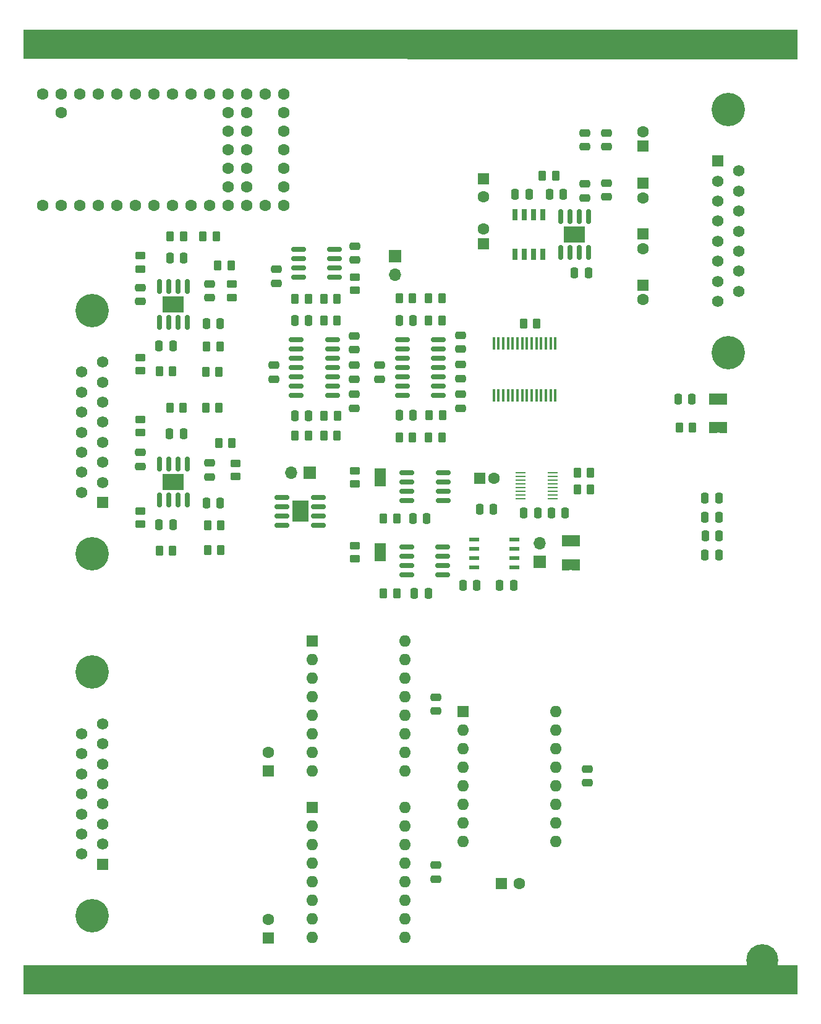
<source format=gts>
G04 #@! TF.GenerationSoftware,KiCad,Pcbnew,9.0.0*
G04 #@! TF.CreationDate,2025-04-29T18:09:41-05:00*
G04 #@! TF.ProjectId,Mainboard,4d61696e-626f-4617-9264-2e6b69636164,rev?*
G04 #@! TF.SameCoordinates,Original*
G04 #@! TF.FileFunction,Soldermask,Top*
G04 #@! TF.FilePolarity,Negative*
%FSLAX46Y46*%
G04 Gerber Fmt 4.6, Leading zero omitted, Abs format (unit mm)*
G04 Created by KiCad (PCBNEW 9.0.0) date 2025-04-29 18:09:41*
%MOMM*%
%LPD*%
G01*
G04 APERTURE LIST*
G04 Aperture macros list*
%AMRoundRect*
0 Rectangle with rounded corners*
0 $1 Rounding radius*
0 $2 $3 $4 $5 $6 $7 $8 $9 X,Y pos of 4 corners*
0 Add a 4 corners polygon primitive as box body*
4,1,4,$2,$3,$4,$5,$6,$7,$8,$9,$2,$3,0*
0 Add four circle primitives for the rounded corners*
1,1,$1+$1,$2,$3*
1,1,$1+$1,$4,$5*
1,1,$1+$1,$6,$7*
1,1,$1+$1,$8,$9*
0 Add four rect primitives between the rounded corners*
20,1,$1+$1,$2,$3,$4,$5,0*
20,1,$1+$1,$4,$5,$6,$7,0*
20,1,$1+$1,$6,$7,$8,$9,0*
20,1,$1+$1,$8,$9,$2,$3,0*%
%AMFreePoly0*
4,1,6,0.500000,-0.750000,-0.650000,-0.750000,-0.150000,0.000000,-0.650000,0.750000,0.500000,0.750000,0.500000,-0.750000,0.500000,-0.750000,$1*%
%AMFreePoly1*
4,1,6,1.000000,0.000000,0.500000,-0.750000,-0.500000,-0.750000,-0.500000,0.750000,0.500000,0.750000,1.000000,0.000000,1.000000,0.000000,$1*%
G04 Aperture macros list end*
%ADD10R,1.700000X1.700000*%
%ADD11O,1.700000X1.700000*%
%ADD12O,1.600000X1.600000*%
%ADD13R,1.600000X1.600000*%
%ADD14RoundRect,0.250000X0.475000X-0.250000X0.475000X0.250000X-0.475000X0.250000X-0.475000X-0.250000X0*%
%ADD15C,1.600000*%
%ADD16RoundRect,0.250000X-0.250000X-0.475000X0.250000X-0.475000X0.250000X0.475000X-0.250000X0.475000X0*%
%ADD17C,0.700000*%
%ADD18C,4.400000*%
%ADD19R,3.000000X2.290000*%
%ADD20RoundRect,0.150000X0.150000X-0.825000X0.150000X0.825000X-0.150000X0.825000X-0.150000X-0.825000X0*%
%ADD21RoundRect,0.250000X0.262500X0.450000X-0.262500X0.450000X-0.262500X-0.450000X0.262500X-0.450000X0*%
%ADD22RoundRect,0.150000X-0.825000X-0.150000X0.825000X-0.150000X0.825000X0.150000X-0.825000X0.150000X0*%
%ADD23RoundRect,0.250000X0.450000X-0.262500X0.450000X0.262500X-0.450000X0.262500X-0.450000X-0.262500X0*%
%ADD24FreePoly0,180.000000*%
%ADD25FreePoly1,180.000000*%
%ADD26RoundRect,0.250000X-0.262500X-0.450000X0.262500X-0.450000X0.262500X0.450000X-0.262500X0.450000X0*%
%ADD27RoundRect,0.250000X0.250000X0.475000X-0.250000X0.475000X-0.250000X-0.475000X0.250000X-0.475000X0*%
%ADD28RoundRect,0.250000X-0.475000X0.250000X-0.475000X-0.250000X0.475000X-0.250000X0.475000X0.250000X0*%
%ADD29RoundRect,0.150000X-0.150000X0.825000X-0.150000X-0.825000X0.150000X-0.825000X0.150000X0.825000X0*%
%ADD30RoundRect,0.150000X0.825000X0.150000X-0.825000X0.150000X-0.825000X-0.150000X0.825000X-0.150000X0*%
%ADD31RoundRect,0.250000X-0.450000X0.262500X-0.450000X-0.262500X0.450000X-0.262500X0.450000X0.262500X0*%
%ADD32C,4.572000*%
%ADD33C,1.561000*%
%ADD34R,1.561000X1.561000*%
%ADD35R,0.650000X1.528000*%
%ADD36FreePoly0,90.000000*%
%ADD37FreePoly1,90.000000*%
%ADD38R,1.460500X0.533400*%
%ADD39R,0.450000X1.800000*%
%ADD40R,1.333500X0.279400*%
%ADD41FreePoly0,0.000000*%
%ADD42FreePoly1,0.000000*%
%ADD43R,2.290000X3.000000*%
G04 APERTURE END LIST*
G04 #@! TO.C,JP12*
G36*
X215500000Y-82662500D02*
G01*
X213050000Y-82662500D01*
X213050000Y-81162500D01*
X215500000Y-81162500D01*
X215500000Y-82662500D01*
G37*
G04 #@! TO.C,JP30*
G36*
X167250000Y-89975000D02*
G01*
X168750000Y-89975000D01*
X168750000Y-87525000D01*
X167250000Y-87525000D01*
X167250000Y-89975000D01*
G37*
G04 #@! TO.C,JP31*
G36*
X167250000Y-100225000D02*
G01*
X168750000Y-100225000D01*
X168750000Y-97775000D01*
X167250000Y-97775000D01*
X167250000Y-100225000D01*
G37*
G04 #@! TO.C,JP33*
G36*
X192875000Y-99950000D02*
G01*
X195325000Y-99950000D01*
X195325000Y-101450000D01*
X192875000Y-101450000D01*
X192875000Y-99950000D01*
G37*
G04 #@! TO.C,JP29*
G36*
X215475000Y-78812500D02*
G01*
X213025000Y-78812500D01*
X213025000Y-77312500D01*
X215475000Y-77312500D01*
X215475000Y-78812500D01*
G37*
G04 #@! TO.C,JP32*
G36*
X192875000Y-96700000D02*
G01*
X195325000Y-96700000D01*
X195325000Y-98200000D01*
X192875000Y-98200000D01*
X192875000Y-96700000D01*
G37*
G04 #@! TD*
D10*
G04 #@! TO.C,J6*
X170000000Y-58525000D03*
D11*
X170000000Y-61065000D03*
G04 #@! TD*
D12*
G04 #@! TO.C,A1*
X192035000Y-120835000D03*
X192035000Y-123375000D03*
X192035000Y-125915000D03*
X192035000Y-128455000D03*
X192035000Y-130995000D03*
X192035000Y-133535000D03*
X192035000Y-136075000D03*
X192035000Y-138615000D03*
X179335000Y-138615000D03*
X179335000Y-136075000D03*
X179335000Y-133535000D03*
X179335000Y-130995000D03*
X179335000Y-128455000D03*
X179335000Y-125915000D03*
X179335000Y-123375000D03*
D13*
X179335000Y-120835000D03*
G04 #@! TD*
D14*
G04 #@! TO.C,C38*
X196335000Y-128642000D03*
X196335000Y-130542000D03*
G04 #@! TD*
D15*
G04 #@! TO.C,C80*
X187050000Y-144375000D03*
D13*
X184550000Y-144375000D03*
G04 #@! TD*
D16*
G04 #@! TO.C,C45*
X191155000Y-50025000D03*
X193055000Y-50025000D03*
G04 #@! TD*
D17*
G04 #@! TO.C,H1*
X218683274Y-154833274D03*
X219166548Y-153666548D03*
X219166548Y-156000000D03*
X220333274Y-153183274D03*
D18*
X220333274Y-154833274D03*
D17*
X220333274Y-156483274D03*
X221500000Y-153666548D03*
X221500000Y-156000000D03*
X221983274Y-154833274D03*
G04 #@! TD*
D19*
G04 #@! TO.C,U3*
X139627000Y-89400000D03*
D20*
X137722000Y-86925000D03*
X138992000Y-86925000D03*
X140262000Y-86925000D03*
X141532000Y-86925000D03*
X141532000Y-91875000D03*
X140262000Y-91875000D03*
X138992000Y-91875000D03*
X137722000Y-91875000D03*
G04 #@! TD*
D21*
G04 #@! TO.C,R51*
X156292500Y-83061000D03*
X158117500Y-83061000D03*
G04 #@! TD*
D22*
G04 #@! TO.C,U12*
X176570000Y-98250000D03*
X176570000Y-99520000D03*
X176570000Y-100790000D03*
X176570000Y-102060000D03*
X171620000Y-102060000D03*
X171620000Y-100790000D03*
X171620000Y-99520000D03*
X171620000Y-98250000D03*
G04 #@! TD*
D23*
G04 #@! TO.C,R34*
X147627000Y-62337500D03*
X147627000Y-64162500D03*
G04 #@! TD*
D24*
G04 #@! TO.C,JP12*
X213550000Y-81912500D03*
D25*
X215000000Y-81912500D03*
G04 #@! TD*
D16*
G04 #@! TO.C,C36*
X183500100Y-93155000D03*
X181600100Y-93155000D03*
G04 #@! TD*
D21*
G04 #@! TO.C,R54*
X174587500Y-83281000D03*
X176412500Y-83281000D03*
G04 #@! TD*
G04 #@! TO.C,R25*
X139164500Y-79250000D03*
X140989500Y-79250000D03*
G04 #@! TD*
G04 #@! TO.C,R33*
X145714500Y-59750000D03*
X147539500Y-59750000D03*
G04 #@! TD*
D26*
G04 #@! TO.C,R39*
X189412500Y-67750000D03*
X187587500Y-67750000D03*
G04 #@! TD*
D16*
G04 #@! TO.C,C39*
X210657500Y-78062500D03*
X208757500Y-78062500D03*
G04 #@! TD*
D27*
G04 #@! TO.C,C15*
X139177000Y-58750000D03*
X141077000Y-58750000D03*
G04 #@! TD*
D15*
G04 #@! TO.C,C85*
X182100000Y-50400000D03*
D13*
X182100000Y-47900000D03*
G04 #@! TD*
D28*
G04 #@! TO.C,C42*
X153412500Y-75311000D03*
X153412500Y-73411000D03*
G04 #@! TD*
D27*
G04 #@! TO.C,C14*
X137677000Y-70750000D03*
X139577000Y-70750000D03*
G04 #@! TD*
D14*
G04 #@! TO.C,C23*
X164455000Y-69411000D03*
X164455000Y-71311000D03*
G04 #@! TD*
D26*
G04 #@! TO.C,R30*
X210762500Y-81912500D03*
X208937500Y-81912500D03*
G04 #@! TD*
D28*
G04 #@! TO.C,C123*
X199000000Y-50400000D03*
X199000000Y-48500000D03*
G04 #@! TD*
D21*
G04 #@! TO.C,R60*
X194966400Y-88153700D03*
X196791400Y-88153700D03*
G04 #@! TD*
D22*
G04 #@! TO.C,U6*
X175950000Y-69931000D03*
X175950000Y-71201000D03*
X175950000Y-72471000D03*
X175950000Y-73741000D03*
X175950000Y-75011000D03*
X175950000Y-76281000D03*
X175950000Y-77551000D03*
X171000000Y-77551000D03*
X171000000Y-76281000D03*
X171000000Y-75011000D03*
X171000000Y-73741000D03*
X171000000Y-72471000D03*
X171000000Y-71201000D03*
X171000000Y-69931000D03*
G04 #@! TD*
D19*
G04 #@! TO.C,U2*
X194605000Y-55525000D03*
D29*
X196510000Y-58000000D03*
X195240000Y-58000000D03*
X193970000Y-58000000D03*
X192700000Y-58000000D03*
X192700000Y-53050000D03*
X193970000Y-53050000D03*
X195240000Y-53050000D03*
X196510000Y-53050000D03*
G04 #@! TD*
D23*
G04 #@! TO.C,R58*
X164500000Y-61337500D03*
X164500000Y-63162500D03*
G04 #@! TD*
D16*
G04 #@! TO.C,C134*
X214350000Y-99400000D03*
X212450000Y-99400000D03*
G04 #@! TD*
D27*
G04 #@! TO.C,C44*
X194605000Y-60775000D03*
X196505000Y-60775000D03*
G04 #@! TD*
D26*
G04 #@! TO.C,R61*
X170257500Y-94405000D03*
X168432500Y-94405000D03*
G04 #@! TD*
D30*
G04 #@! TO.C,U7*
X156775000Y-61405000D03*
X156775000Y-60135000D03*
X156775000Y-58865000D03*
X156775000Y-57595000D03*
X161725000Y-57595000D03*
X161725000Y-58865000D03*
X161725000Y-60135000D03*
X161725000Y-61405000D03*
G04 #@! TD*
D23*
G04 #@! TO.C,R27*
X148127000Y-86837500D03*
X148127000Y-88662500D03*
G04 #@! TD*
D31*
G04 #@! TO.C,R59*
X164500000Y-89662500D03*
X164500000Y-87837500D03*
G04 #@! TD*
D28*
G04 #@! TO.C,C22*
X179000000Y-79281000D03*
X179000000Y-77381000D03*
G04 #@! TD*
D14*
G04 #@! TO.C,C13*
X144627000Y-62300000D03*
X144627000Y-64200000D03*
G04 #@! TD*
D11*
G04 #@! TO.C,J5*
X189800000Y-97735000D03*
D10*
X189800000Y-100275000D03*
G04 #@! TD*
D21*
G04 #@! TO.C,R36*
X139214500Y-55750000D03*
X141039500Y-55750000D03*
G04 #@! TD*
D12*
G04 #@! TO.C,A2*
X171327000Y-111124000D03*
X171327000Y-113664000D03*
X171327000Y-116204000D03*
X171327000Y-118744000D03*
X171327000Y-121284000D03*
X171327000Y-123824000D03*
X171327000Y-126364000D03*
X171327000Y-128904000D03*
X158627000Y-128904000D03*
X158627000Y-126364000D03*
X158627000Y-123824000D03*
X158627000Y-121284000D03*
X158627000Y-118744000D03*
X158627000Y-116204000D03*
X158627000Y-113664000D03*
D13*
X158627000Y-111124000D03*
G04 #@! TD*
D15*
G04 #@! TO.C,C78*
X204000000Y-50500000D03*
D13*
X204000000Y-48500000D03*
G04 #@! TD*
D15*
G04 #@! TO.C,C84*
X182100000Y-54755100D03*
D13*
X182100000Y-56755100D03*
G04 #@! TD*
D21*
G04 #@! TO.C,R35*
X137714500Y-74250000D03*
X139539500Y-74250000D03*
G04 #@! TD*
G04 #@! TO.C,R26*
X145837500Y-84067000D03*
X147662500Y-84067000D03*
G04 #@! TD*
D27*
G04 #@! TO.C,C34*
X187645000Y-93655000D03*
X189545000Y-93655000D03*
G04 #@! TD*
D21*
G04 #@! TO.C,R22*
X144337500Y-95317000D03*
X146162500Y-95317000D03*
G04 #@! TD*
D14*
G04 #@! TO.C,C41*
X179000000Y-73331000D03*
X179000000Y-75231000D03*
G04 #@! TD*
G04 #@! TO.C,C12*
X144627000Y-86800000D03*
X144627000Y-88700000D03*
G04 #@! TD*
D11*
G04 #@! TO.C,J4*
X155760000Y-88135000D03*
D10*
X158300000Y-88135000D03*
G04 #@! TD*
D27*
G04 #@! TO.C,C18*
X144177000Y-67750000D03*
X146077000Y-67750000D03*
G04 #@! TD*
D15*
G04 #@! TO.C,C79*
X152623000Y-126433400D03*
D13*
X152623000Y-128933400D03*
G04 #@! TD*
D28*
G04 #@! TO.C,C17*
X135127000Y-64700000D03*
X135127000Y-62800000D03*
G04 #@! TD*
D26*
G04 #@! TO.C,R63*
X170257500Y-104655000D03*
X168432500Y-104655000D03*
G04 #@! TD*
D32*
G04 #@! TO.C,J3*
X128500000Y-115416000D03*
X128500000Y-148741000D03*
D33*
X127077000Y-123849000D03*
X127077000Y-126592000D03*
X127077000Y-129336000D03*
X127077000Y-132079000D03*
X127077000Y-134822000D03*
X127077000Y-137565000D03*
X127077000Y-140308000D03*
X129922000Y-122478000D03*
X129922000Y-125221000D03*
X129922000Y-127964000D03*
X129922000Y-130707000D03*
X129922000Y-133450000D03*
X129922000Y-136194000D03*
X129922000Y-138937000D03*
D34*
X129922000Y-141680000D03*
G04 #@! TD*
D23*
G04 #@! TO.C,R37*
X135127000Y-72337500D03*
X135127000Y-74162500D03*
G04 #@! TD*
D15*
G04 #@! TO.C,C81*
X204000000Y-57455100D03*
D13*
X204000000Y-55455100D03*
G04 #@! TD*
D28*
G04 #@! TO.C,C46*
X164500000Y-59000000D03*
X164500000Y-57100000D03*
G04 #@! TD*
D22*
G04 #@! TO.C,U11*
X176595000Y-88115000D03*
X176595000Y-89385000D03*
X176595000Y-90655000D03*
X176595000Y-91925000D03*
X171645000Y-91925000D03*
X171645000Y-90655000D03*
X171645000Y-89385000D03*
X171645000Y-88115000D03*
G04 #@! TD*
D21*
G04 #@! TO.C,R29*
X144087500Y-74317000D03*
X145912500Y-74317000D03*
G04 #@! TD*
D32*
G04 #@! TO.C,J2*
X128500000Y-65916000D03*
X128500000Y-99241000D03*
D33*
X127077000Y-74349000D03*
X127077000Y-77092000D03*
X127077000Y-79836000D03*
X127077000Y-82579000D03*
X127077000Y-85322000D03*
X127077000Y-88065000D03*
X127077000Y-90808000D03*
X129922000Y-72978000D03*
X129922000Y-75721000D03*
X129922000Y-78464000D03*
X129922000Y-81207000D03*
X129922000Y-83950000D03*
X129922000Y-86694000D03*
X129922000Y-89437000D03*
D34*
X129922000Y-92180000D03*
G04 #@! TD*
D15*
G04 #@! TO.C,C77*
X204000000Y-41455100D03*
D13*
X204000000Y-43455100D03*
G04 #@! TD*
D27*
G04 #@! TO.C,C10*
X137677000Y-95250000D03*
X139577000Y-95250000D03*
G04 #@! TD*
D21*
G04 #@! TO.C,R52*
X174587500Y-67281000D03*
X176412500Y-67281000D03*
G04 #@! TD*
D15*
G04 #@! TO.C,C83*
X152623000Y-149274000D03*
D13*
X152623000Y-151774000D03*
G04 #@! TD*
D14*
G04 #@! TO.C,C43*
X164455000Y-73411000D03*
X164455000Y-75311000D03*
G04 #@! TD*
D22*
G04 #@! TO.C,U5*
X161430000Y-69961000D03*
X161430000Y-71231000D03*
X161430000Y-72501000D03*
X161430000Y-73771000D03*
X161430000Y-75041000D03*
X161430000Y-76311000D03*
X161430000Y-77581000D03*
X156480000Y-77581000D03*
X156480000Y-76311000D03*
X156480000Y-75041000D03*
X156480000Y-73771000D03*
X156480000Y-72501000D03*
X156480000Y-71231000D03*
X156480000Y-69961000D03*
G04 #@! TD*
D27*
G04 #@! TO.C,C25*
X170600000Y-67281000D03*
X172500000Y-67281000D03*
G04 #@! TD*
D35*
G04 #@! TO.C,IC1*
X186450000Y-52814000D03*
X187720000Y-52814000D03*
X188990000Y-52814000D03*
X190260000Y-52814000D03*
X190260000Y-58236000D03*
X188990000Y-58236000D03*
X187720000Y-58236000D03*
X186450000Y-58236000D03*
G04 #@! TD*
D28*
G04 #@! TO.C,C16*
X164455000Y-79311000D03*
X164455000Y-77411000D03*
G04 #@! TD*
D23*
G04 #@! TO.C,R24*
X135127000Y-80837500D03*
X135127000Y-82662500D03*
G04 #@! TD*
D14*
G04 #@! TO.C,C20*
X135127000Y-85350000D03*
X135127000Y-87250000D03*
G04 #@! TD*
D27*
G04 #@! TO.C,C131*
X212450000Y-94200000D03*
X214350000Y-94200000D03*
G04 #@! TD*
D36*
G04 #@! TO.C,JP30*
X168000000Y-88025000D03*
D37*
X168000000Y-89475000D03*
G04 #@! TD*
D14*
G04 #@! TO.C,C28*
X175627000Y-118824000D03*
X175627000Y-120724000D03*
G04 #@! TD*
D31*
G04 #@! TO.C,R38*
X135127000Y-60229500D03*
X135127000Y-58404500D03*
G04 #@! TD*
D15*
G04 #@! TO.C,C82*
X204000000Y-64455100D03*
D13*
X204000000Y-62455100D03*
G04 #@! TD*
D21*
G04 #@! TO.C,R56*
X160267500Y-67331000D03*
X162092500Y-67331000D03*
G04 #@! TD*
G04 #@! TO.C,R53*
X170587500Y-64281000D03*
X172412500Y-64281000D03*
G04 #@! TD*
D14*
G04 #@! TO.C,C122*
X199000000Y-41600000D03*
X199000000Y-43500000D03*
G04 #@! TD*
D21*
G04 #@! TO.C,R31*
X144214500Y-70817000D03*
X146039500Y-70817000D03*
G04 #@! TD*
D36*
G04 #@! TO.C,JP31*
X168000000Y-98275000D03*
D37*
X168000000Y-99725000D03*
G04 #@! TD*
D38*
G04 #@! TO.C,U9*
X186319150Y-97250000D03*
X186319150Y-98520000D03*
X186319150Y-99790000D03*
X186319150Y-101060000D03*
X180870850Y-101060000D03*
X180870850Y-99790000D03*
X180870850Y-98520000D03*
X180870850Y-97250000D03*
G04 #@! TD*
D16*
G04 #@! TO.C,C130*
X214400000Y-96800000D03*
X212500000Y-96800000D03*
G04 #@! TD*
G04 #@! TO.C,C29*
X174345000Y-94405000D03*
X172445000Y-94405000D03*
G04 #@! TD*
D32*
G04 #@! TO.C,J1*
X215627000Y-71733000D03*
X215627000Y-38408000D03*
D33*
X217050000Y-63300000D03*
X217050000Y-60557000D03*
X217050000Y-57813000D03*
X217050000Y-55070000D03*
X217050000Y-52327000D03*
X217050000Y-49584000D03*
X217050000Y-46841000D03*
X214205000Y-64671000D03*
X214205000Y-61928000D03*
X214205000Y-59185000D03*
X214205000Y-56442000D03*
X214205000Y-53699000D03*
X214205000Y-50955000D03*
X214205000Y-48212000D03*
D34*
X214205000Y-45469000D03*
G04 #@! TD*
D27*
G04 #@! TO.C,C26*
X170600000Y-80281000D03*
X172500000Y-80281000D03*
G04 #@! TD*
D21*
G04 #@! TO.C,R32*
X143714500Y-55750000D03*
X145539500Y-55750000D03*
G04 #@! TD*
D15*
G04 #@! TO.C,U1*
X147120000Y-49000000D03*
X149660000Y-49000000D03*
X147120000Y-46460000D03*
X149660000Y-46460000D03*
X147120000Y-43920000D03*
X149660000Y-43920000D03*
X147120000Y-41380000D03*
X149660000Y-41380000D03*
X147120000Y-38840000D03*
X149660000Y-38840000D03*
X124260000Y-38840000D03*
X121720000Y-36300000D03*
X124260000Y-36300000D03*
X126800000Y-36300000D03*
X129340000Y-36300000D03*
X131880000Y-36300000D03*
X134420000Y-36300000D03*
X136960000Y-36300000D03*
X139500000Y-36300000D03*
X142040000Y-36300000D03*
X144580000Y-36300000D03*
X147120000Y-36300000D03*
X149660000Y-36300000D03*
X152200000Y-36300000D03*
X154740000Y-36300000D03*
X154740000Y-38840000D03*
X154740000Y-41380000D03*
X154740000Y-43920000D03*
X154740000Y-46460000D03*
X154740000Y-49000000D03*
X154740000Y-51540000D03*
X152200000Y-51540000D03*
X149660000Y-51540000D03*
X147120000Y-51540000D03*
X144580000Y-51540000D03*
X142040000Y-51540000D03*
X139500000Y-51540000D03*
X136960000Y-51540000D03*
X134420000Y-51540000D03*
X131880000Y-51540000D03*
X129340000Y-51540000D03*
X126800000Y-51540000D03*
X124260000Y-51540000D03*
X121720000Y-51540000D03*
G04 #@! TD*
D21*
G04 #@! TO.C,R41*
X174675000Y-80281000D03*
X176500000Y-80281000D03*
G04 #@! TD*
D23*
G04 #@! TO.C,R21*
X135127000Y-93337500D03*
X135127000Y-95162500D03*
G04 #@! TD*
D39*
G04 #@! TO.C,IC4*
X191975000Y-77541000D03*
X191325000Y-77541000D03*
X190675000Y-77541000D03*
X190025000Y-77541000D03*
X189375000Y-77541000D03*
X188725000Y-77541000D03*
X188075000Y-77541000D03*
X187425000Y-77541000D03*
X186775000Y-77541000D03*
X186125000Y-77541000D03*
X185475000Y-77541000D03*
X184825000Y-77541000D03*
X184175000Y-77541000D03*
X183525000Y-77541000D03*
X183525000Y-70441000D03*
X184175000Y-70441000D03*
X184825000Y-70441000D03*
X185475000Y-70441000D03*
X186125000Y-70441000D03*
X186775000Y-70441000D03*
X187425000Y-70441000D03*
X188075000Y-70441000D03*
X188725000Y-70441000D03*
X189375000Y-70441000D03*
X190025000Y-70441000D03*
X190675000Y-70441000D03*
X191325000Y-70441000D03*
X191975000Y-70441000D03*
G04 #@! TD*
D27*
G04 #@! TO.C,C24*
X156255000Y-80311000D03*
X158155000Y-80311000D03*
G04 #@! TD*
G04 #@! TO.C,C33*
X191395000Y-93655000D03*
X193295000Y-93655000D03*
G04 #@! TD*
G04 #@! TO.C,C132*
X212450000Y-91600000D03*
X214350000Y-91600000D03*
G04 #@! TD*
D40*
G04 #@! TO.C,U8*
X191595050Y-88152370D03*
X191595050Y-88652750D03*
X191595050Y-89153130D03*
X191595050Y-89653510D03*
X191595050Y-90153890D03*
X191595050Y-90654270D03*
X191595050Y-91154650D03*
X191595050Y-91655030D03*
X187162750Y-91655030D03*
X187162750Y-91154650D03*
X187162750Y-90654270D03*
X187162750Y-90153890D03*
X187162750Y-89653510D03*
X187162750Y-89153130D03*
X187162750Y-88652750D03*
X187162750Y-88152370D03*
G04 #@! TD*
D27*
G04 #@! TO.C,C11*
X139127000Y-82750000D03*
X141027000Y-82750000D03*
G04 #@! TD*
D19*
G04 #@! TO.C,U4*
X139627000Y-65100000D03*
D20*
X137722000Y-62625000D03*
X138992000Y-62625000D03*
X140262000Y-62625000D03*
X141532000Y-62625000D03*
X141532000Y-67575000D03*
X140262000Y-67575000D03*
X138992000Y-67575000D03*
X137722000Y-67575000D03*
G04 #@! TD*
D21*
G04 #@! TO.C,R57*
X156292500Y-64361000D03*
X158117500Y-64361000D03*
G04 #@! TD*
D41*
G04 #@! TO.C,JP33*
X194825000Y-100700000D03*
D42*
X193375000Y-100700000D03*
G04 #@! TD*
D28*
G04 #@! TO.C,C125*
X196000000Y-50500000D03*
X196000000Y-48600000D03*
G04 #@! TD*
D21*
G04 #@! TO.C,R55*
X170587500Y-83281000D03*
X172412500Y-83281000D03*
G04 #@! TD*
G04 #@! TO.C,R20*
X137714500Y-98750000D03*
X139539500Y-98750000D03*
G04 #@! TD*
D14*
G04 #@! TO.C,C124*
X196000000Y-41600000D03*
X196000000Y-43500000D03*
G04 #@! TD*
G04 #@! TO.C,C37*
X175627000Y-141824000D03*
X175627000Y-143724000D03*
G04 #@! TD*
D21*
G04 #@! TO.C,R28*
X144087500Y-79250000D03*
X145912500Y-79250000D03*
G04 #@! TD*
G04 #@! TO.C,R23*
X144337500Y-98741000D03*
X146162500Y-98741000D03*
G04 #@! TD*
D31*
G04 #@! TO.C,R62*
X164500000Y-99912500D03*
X164500000Y-98087500D03*
G04 #@! TD*
D27*
G04 #@! TO.C,C19*
X144177000Y-92250000D03*
X146077000Y-92250000D03*
G04 #@! TD*
D28*
G04 #@! TO.C,C40*
X167912500Y-75311000D03*
X167912500Y-73411000D03*
G04 #@! TD*
D24*
G04 #@! TO.C,JP29*
X213525000Y-78062500D03*
D25*
X214975000Y-78062500D03*
G04 #@! TD*
D21*
G04 #@! TO.C,R64*
X194966400Y-90403700D03*
X196791400Y-90403700D03*
G04 #@! TD*
G04 #@! TO.C,R42*
X174587500Y-64281000D03*
X176412500Y-64281000D03*
G04 #@! TD*
D14*
G04 #@! TO.C,C21*
X179000000Y-69331000D03*
X179000000Y-71231000D03*
G04 #@! TD*
D15*
G04 #@! TO.C,C35*
X183595000Y-88905000D03*
D13*
X181595000Y-88905000D03*
G04 #@! TD*
D16*
G04 #@! TO.C,C8*
X188355000Y-50025000D03*
X186455000Y-50025000D03*
G04 #@! TD*
D21*
G04 #@! TO.C,R40*
X160267500Y-64361000D03*
X162092500Y-64361000D03*
G04 #@! TD*
D12*
G04 #@! TO.C,A3*
X171327000Y-133934000D03*
X171327000Y-136474000D03*
X171327000Y-139014000D03*
X171327000Y-141554000D03*
X171327000Y-144094000D03*
X171327000Y-146634000D03*
X171327000Y-149174000D03*
X171327000Y-151714000D03*
X158627000Y-151714000D03*
X158627000Y-149174000D03*
X158627000Y-146634000D03*
X158627000Y-144094000D03*
X158627000Y-141554000D03*
X158627000Y-139014000D03*
X158627000Y-136474000D03*
D13*
X158627000Y-133934000D03*
G04 #@! TD*
D21*
G04 #@! TO.C,R43*
X160292500Y-80311000D03*
X162117500Y-80311000D03*
G04 #@! TD*
D41*
G04 #@! TO.C,JP32*
X194825000Y-97450000D03*
D42*
X193375000Y-97450000D03*
G04 #@! TD*
D21*
G04 #@! TO.C,R50*
X160267500Y-83061000D03*
X162092500Y-83061000D03*
G04 #@! TD*
D14*
G04 #@! TO.C,C47*
X153750000Y-60300000D03*
X153750000Y-62200000D03*
G04 #@! TD*
D16*
G04 #@! TO.C,C30*
X181200000Y-103500000D03*
X179300000Y-103500000D03*
G04 #@! TD*
D26*
G04 #@! TO.C,R19*
X192017500Y-47525000D03*
X190192500Y-47525000D03*
G04 #@! TD*
D16*
G04 #@! TO.C,C32*
X186250000Y-103500000D03*
X184350000Y-103500000D03*
G04 #@! TD*
G04 #@! TO.C,C31*
X174545000Y-104655000D03*
X172645000Y-104655000D03*
G04 #@! TD*
D43*
G04 #@! TO.C,U10*
X157025000Y-93385000D03*
D22*
X159500000Y-91480000D03*
X159500000Y-92750000D03*
X159500000Y-94020000D03*
X159500000Y-95290000D03*
X154550000Y-95290000D03*
X154550000Y-94020000D03*
X154550000Y-92750000D03*
X154550000Y-91480000D03*
G04 #@! TD*
D27*
G04 #@! TO.C,C27*
X156255000Y-67311000D03*
X158155000Y-67311000D03*
G04 #@! TD*
G36*
X225108039Y-155528875D02*
G01*
X225153794Y-155581679D01*
X225165000Y-155633190D01*
X225165000Y-159376000D01*
X225145315Y-159443039D01*
X225092511Y-159488794D01*
X225041000Y-159500000D01*
X119209000Y-159500000D01*
X119141961Y-159480315D01*
X119096206Y-159427511D01*
X119085000Y-159376000D01*
X119085000Y-155633190D01*
X119104685Y-155566151D01*
X119157489Y-155520396D01*
X119209000Y-155509190D01*
X225041000Y-155509190D01*
X225108039Y-155528875D01*
G37*
G36*
X225108039Y-27519685D02*
G01*
X225153794Y-27572489D01*
X225165000Y-27624000D01*
X225165000Y-31404845D01*
X225145315Y-31471884D01*
X225092511Y-31517639D01*
X225040979Y-31528845D01*
X119208979Y-31511101D01*
X119141943Y-31491405D01*
X119096197Y-31438594D01*
X119085000Y-31387101D01*
X119085000Y-27624000D01*
X119104685Y-27556961D01*
X119157489Y-27511206D01*
X119209000Y-27500000D01*
X225041000Y-27500000D01*
X225108039Y-27519685D01*
G37*
M02*

</source>
